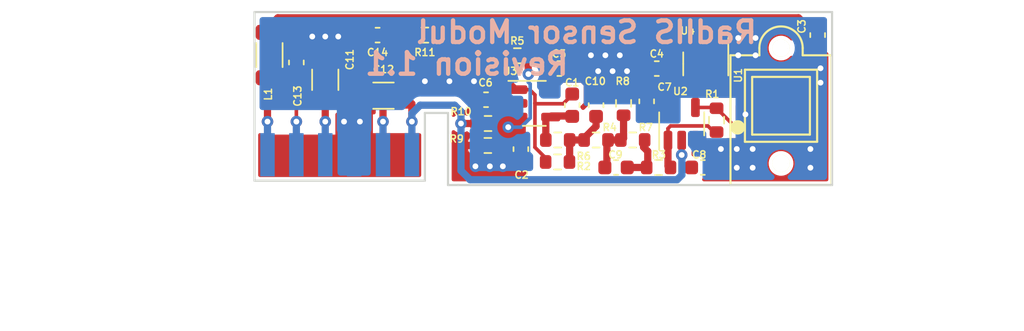
<source format=kicad_pcb>
(kicad_pcb (version 20211014) (generator pcbnew)
  (layers (0 "F.Cu" signal) (31 "B.Cu" signal) (34 "B.Paste" user) (35 "F.Paste" user) (36 "B.SilkS" user "B.Silkscreen") (37 "F.SilkS" user "F.Silkscreen") (38 "B.Mask" user) (39 "F.Mask" user) (44 "Edge.Cuts" user))
  (net 0 "")
  (net 1 "Net-(C1-Pad2)")
  (net 2 "Net-(C2-Pad1)")
  (net 3 "Net-(C9-Pad1)")
  (net 4 "Net-(C9-Pad2)")
  (net 5 "Net-(C10-Pad1)")
  (net 6 "Net-(R1-Pad1)")
  (net 7 "Net-(R1-Pad2)")
  (net 8 "unconnected-(U1-Pad2)")
  (net 9 "/BiasF")
  (net 10 "Pulse_Out")
  (net 11 "GNDA")
  (net 12 "+3.3VA")
  (net 13 "Bias_In+")
  (net 14 "Temp_Out")
  (net 16 "-2.0VA")
  (net 17 "Net-(R11-Pad1)")
  (footprint "RadIIS_Modul_rev1:MicroFC-30035-SMT-C1" (layer "F.Cu") (at 185.265 77)
    (fp_text reference "U1" (at -2.965 -2.1 90) (layer "F.SilkS") (effects (font (size 0.5 0.5) (thickness 0.1))))
    (fp_text value "MicroFC-30035-SMT")
    (fp_line (start 2.5 -2.5) (end -2.5 -2.5) (layer "F.SilkS") (width 0.15))
    (fp_line (start 3.5 3.5) (end 3.5 -3.5) (layer "F.SilkS") (width 0.15))
    (fp_line (start -2 2) (end -2 -2) (layer "F.SilkS") (width 0.15))
    (fp_line (start 2 -2) (end 2 2) (layer "F.SilkS") (width 0.15))
    (fp_line (start -1.5 -3.5) (end -3.5 -3.5) (layer "F.SilkS") (width 0.15))
    (fp_line (start -2.5 -2.5) (end -2.5 2.5) (layer "F.SilkS") (width 0.15))
    (fp_line (start 2.5 2.5) (end 2.5 -2.5) (layer "F.SilkS") (width 0.15))
    (fp_line (start -3.5 5.5) (end -3.5 3.5) (layer "F.SilkS") (width 0.15))
    (fp_line (start 3.5 3.5) (end 3.5 5.5) (layer "F.SilkS") (width 0.15))
    (fp_line (start -1.5 -4) (end -1.5 -3.5) (layer "F.SilkS") (width 0.15))
    (fp_line (start 1.5 -3.5) (end 3.5 -3.5) (layer "F.SilkS") (width 0.15))
    (fp_line (start -2 2.5) (end 2.5 2.5) (layer "F.SilkS") (width 0.15))
    (fp_line (start 3.5 5.5) (end -3.5 5.5) (layer "F.SilkS") (width 0.15))
    (fp_line (start 1.5 -4) (end 1.5 -3.5) (layer "F.SilkS") (width 0.15))
    (fp_line (start -3.5 -3.5) (end -3.5 3.5) (layer "F.SilkS") (width 0.15))
    (fp_line (start -2 -2) (end 2 -2) (layer "F.SilkS") (width 0.15))
    (fp_line (start -2.5 2.5) (end -2 2.5) (layer "F.SilkS") (width 0.15))
    (fp_line (start 2 2) (end -2 2) (layer "F.SilkS") (width 0.15))
    (fp_arc (start -1.5 -4) (mid 0 -5.5) (end 1.5 -4) (layer "F.SilkS") (width 0.15))
    (fp_circle (center -3 1.5) (end -3 1.75) (layer "F.SilkS") (width 0.5) (fill none))
    (pad "" np_thru_hole circle (at 0 4) (size 1.2 1.2) (drill 1.2) (layers *.Cu *.Mask "F.SilkS"))
    (pad "" np_thru_hole circle (at 0 -4) (size 1.2 1.2) (drill 1.2) (layers *.Cu *.Mask "F.SilkS"))
    (pad "1" smd rect (at -0.98 0.98 180) (size 1.32 1.3) (layers "F.Cu" "F.Paste" "F.Mask") (net 7 "Net-(R1-Pad2)"))
    (pad "1" smd rect (at -1.465 1.8 180) (size 0.35 0.5) (layers "F.Cu" "F.Paste" "F.Mask") (net 7 "Net-(R1-Pad2)"))
    (pad "2" smd rect (at 1.8 1.465 270) (size 0.35 0.5) (layers "F.Cu" "F.Paste" "F.Mask") (net 8 "unconnected-(U1-Pad2)"))
    (pad "2" smd rect (at 0.98 0.98 270) (size 1.32 1.3) (layers "F.Cu" "F.Paste" "F.Mask") (net 8 "unconnected-(U1-Pad2)"))
    (pad "3" smd rect (at 1.465 -1.8) (size 0.35 0.5) (layers "F.Cu" "F.Paste" "F.Mask") (net 9 "/BiasF"))
    (pad "3" smd rect (at 0.98 -0.98) (size 1.32 1.3) (layers "F.Cu" "F.Paste" "F.Mask") (net 9 "/BiasF"))
    (pad "4" smd rect (at -0.98 -0.98 90) (size 1.32 1.3) (layers "F.Cu" "F.Paste" "F.Mask") (net 11 "GNDA"))
    (pad "4" smd rect (at -1.8 -1.465 90) (size 0.35 0.5) (layers "F.Cu" "F.Paste" "F.Mask") (net 11 "GNDA"))
  )
  (footprint "Capacitor_SMD:C_0603_1608Metric" (layer "F.Cu") (at 170.804 76.962 -90)
    (fp_text reference "C1" (at -1.562 0.004) (layer "F.SilkS") (effects (font (size 0.5 0.5) (thickness 0.1))))
    (fp_text value "100pF")
    (fp_line (start -0.14058 0.51) (end 0.14058 0.51) (layer "F.SilkS") (width 0.12))
    (fp_line (start -0.14058 -0.51) (end 0.14058 -0.51) (layer "F.SilkS") (width 0.12))
    (pad "1" smd roundrect (at -0.775 0 270) (size 0.9 0.95) (layers "F.Cu" "F.Paste" "F.Mask") (net 10 "Pulse_Out"))
    (pad "2" smd roundrect (at 0.775 0 270) (size 0.9 0.95) (layers "F.Cu" "F.Paste" "F.Mask") (net 1 "Net-(C1-Pad2)"))
  )
  (footprint "Capacitor_SMD:C_0603_1608Metric" (layer "F.Cu") (at 167.248 80.01 -90)
    (fp_text reference "C2" (at 1.79 -0.052 180) (layer "F.SilkS") (effects (font (size 0.5 0.5) (thickness 0.1))))
    (fp_text value "100nF")
    (fp_line (start -0.14058 0.51) (end 0.14058 0.51) (layer "F.SilkS") (width 0.12))
    (fp_line (start -0.14058 -0.51) (end 0.14058 -0.51) (layer "F.SilkS") (width 0.12))
    (pad "1" smd roundrect (at -0.775 0 270) (size 0.9 0.95) (layers "F.Cu" "F.Paste" "F.Mask") (net 2 "Net-(C2-Pad1)"))
    (pad "2" smd roundrect (at 0.775 0 270) (size 0.9 0.95) (layers "F.Cu" "F.Paste" "F.Mask") (net 11 "GNDA"))
  )
  (footprint "Capacitor_SMD:C_0603_1608Metric" (layer "F.Cu") (at 187.8 72.1 90)
    (fp_text reference "C3" (at 0.6 -1.1 270) (layer "F.SilkS") (effects (font (size 0.5 0.5) (thickness 0.1))))
    (fp_text value "100nF")
    (fp_line (start -0.14058 -0.51) (end 0.14058 -0.51) (layer "F.SilkS") (width 0.12))
    (fp_line (start -0.14058 0.51) (end 0.14058 0.51) (layer "F.SilkS") (width 0.12))
    (pad "1" smd roundrect (at -0.775 0 90) (size 0.9 0.95) (layers "F.Cu" "F.Paste" "F.Mask") (net 11 "GNDA"))
    (pad "2" smd roundrect (at 0.775 0 90) (size 0.9 0.95) (layers "F.Cu" "F.Paste" "F.Mask") (net 9 "/BiasF"))
  )
  (footprint "Capacitor_SMD:C_0603_1608Metric" (layer "F.Cu") (at 176.6594 74.422)
    (fp_text reference "C4" (at 0 -1.022) (layer "F.SilkS") (effects (font (size 0.5 0.5) (thickness 0.1))))
    (fp_text value "100nF")
    (fp_line (start -0.14058 0.51) (end 0.14058 0.51) (layer "F.SilkS") (width 0.12))
    (fp_line (start -0.14058 -0.51) (end 0.14058 -0.51) (layer "F.SilkS") (width 0.12))
    (pad "1" smd roundrect (at -0.775 0) (size 0.9 0.95) (layers "F.Cu" "F.Paste" "F.Mask") (net 11 "GNDA"))
    (pad "2" smd roundrect (at 0.775 0) (size 0.9 0.95) (layers "F.Cu" "F.Paste" "F.Mask") (net 12 "+3.3VA"))
  )
  (footprint "Capacitor_SMD:C_0603_1608Metric" (layer "F.Cu") (at 169.915 74.422 180)
    (fp_text reference "C5" (at 0.015 1.022 180) (layer "F.SilkS") (effects (font (size 0.5 0.5) (thickness 0.1))))
    (fp_text value "100nF")
    (fp_line (start -0.14058 -0.51) (end 0.14058 -0.51) (layer "F.SilkS") (width 0.12))
    (fp_line (start -0.14058 0.51) (end 0.14058 0.51) (layer "F.SilkS") (width 0.12))
    (pad "1" smd roundrect (at -0.775 0 180) (size 0.9 0.95) (layers "F.Cu" "F.Paste" "F.Mask") (net 11 "GNDA"))
    (pad "2" smd roundrect (at 0.775 0 180) (size 0.9 0.95) (layers "F.Cu" "F.Paste" "F.Mask") (net 12 "+3.3VA"))
  )
  (footprint "Capacitor_SMD:C_0603_1608Metric" (layer "F.Cu") (at 164.835 76.581)
    (fp_text reference "C6" (at -0.035 -1.181) (layer "F.SilkS") (effects (font (size 0.5 0.5) (thickness 0.1))))
    (fp_text value "100nF")
    (fp_line (start -0.14058 -0.51) (end 0.14058 -0.51) (layer "F.SilkS") (width 0.12))
    (fp_line (start -0.14058 0.51) (end 0.14058 0.51) (layer "F.SilkS") (width 0.12))
    (pad "1" smd roundrect (at -0.775 0) (size 0.9 0.95) (layers "F.Cu" "F.Paste" "F.Mask") (net 11 "GNDA"))
    (pad "2" smd roundrect (at 0.775 0) (size 0.9 0.95) (layers "F.Cu" "F.Paste" "F.Mask") (net 16 "-2.0VA"))
  )
  (footprint "Capacitor_SMD:C_0603_1608Metric" (layer "F.Cu") (at 175.9602 76.6953 -90)
    (fp_text reference "C7" (at -0.9953 -1.2398) (layer "F.SilkS") (effects (font (size 0.5 0.5) (thickness 0.1))))
    (fp_text value "100nF")
    (fp_line (start -0.14058 0.51) (end 0.14058 0.51) (layer "F.SilkS") (width 0.12))
    (fp_line (start -0.14058 -0.51) (end 0.14058 -0.51) (layer "F.SilkS") (width 0.12))
    (pad "1" smd roundrect (at -0.775 0 270) (size 0.9 0.95) (layers "F.Cu" "F.Paste" "F.Mask") (net 11 "GNDA"))
    (pad "2" smd roundrect (at 0.775 0 270) (size 0.9 0.95) (layers "F.Cu" "F.Paste" "F.Mask") (net 12 "+3.3VA"))
  )
  (footprint "Capacitor_SMD:C_0603_1608Metric" (layer "F.Cu") (at 179.844 81.28 180)
    (fp_text reference "C8" (at 0.244 0.88 180) (layer "F.SilkS") (effects (font (size 0.5 0.5) (thickness 0.1))))
    (fp_text value "100nF")
    (fp_line (start -0.14058 -0.51) (end 0.14058 -0.51) (layer "F.SilkS") (width 0.12))
    (fp_line (start -0.14058 0.51) (end 0.14058 0.51) (layer "F.SilkS") (width 0.12))
    (pad "1" smd roundrect (at -0.775 0 180) (size 0.9 0.95) (layers "F.Cu" "F.Paste" "F.Mask") (net 11 "GNDA"))
    (pad "2" smd roundrect (at 0.775 0 180) (size 0.9 0.95) (layers "F.Cu" "F.Paste" "F.Mask") (net 16 "-2.0VA"))
  )
  (footprint "Capacitor_SMD:C_0603_1608Metric" (layer "F.Cu") (at 173.84 81.28 180)
    (fp_text reference "C9" (at 0.04 0.88 180) (layer "F.SilkS") (effects (font (size 0.5 0.5) (thickness 0.1))))
    (fp_text value "1nF")
    (fp_line (start -0.14058 -0.51) (end 0.14058 -0.51) (layer "F.SilkS") (width 0.12))
    (fp_line (start -0.14058 0.51) (end 0.14058 0.51) (layer "F.SilkS") (width 0.12))
    (pad "1" smd roundrect (at -0.775 0 180) (size 0.9 0.95) (layers "F.Cu" "F.Paste" "F.Mask") (net 3 "Net-(C9-Pad1)"))
    (pad "2" smd roundrect (at 0.775 0 180) (size 0.9 0.95) (layers "F.Cu" "F.Paste" "F.Mask") (net 4 "Net-(C9-Pad2)"))
  )
  (footprint "Capacitor_SMD:C_0603_1608Metric" (layer "F.Cu") (at 172.455 76.962 90)
    (fp_text reference "C10" (at 1.662 -0.055 180) (layer "F.SilkS") (effects (font (size 0.5 0.5) (thickness 0.1))))
    (fp_text value "100pF")
    (fp_line (start -0.14058 -0.51) (end 0.14058 -0.51) (layer "F.SilkS") (width 0.12))
    (fp_line (start -0.14058 0.51) (end 0.14058 0.51) (layer "F.SilkS") (width 0.12))
    (pad "1" smd roundrect (at -0.775 0 90) (size 0.9 0.95) (layers "F.Cu" "F.Paste" "F.Mask") (net 5 "Net-(C10-Pad1)"))
    (pad "2" smd roundrect (at 0.775 0 90) (size 0.9 0.95) (layers "F.Cu" "F.Paste" "F.Mask") (net 11 "GNDA"))
  )
  (footprint "Capacitor_SMD:C_1206_3216Metric" (layer "F.Cu") (at 153.7 75.2 -90)
    (fp_text reference "C11" (at -1.4 -1.7 -90) (layer "F.SilkS") (effects (font (size 0.5 0.5) (thickness 0.1))))
    (fp_text value "4µ7")
    (fp_line (start -0.711252 0.91) (end 0.711252 0.91) (layer "F.SilkS") (width 0.12))
    (fp_line (start -0.711252 -0.91) (end 0.711252 -0.91) (layer "F.SilkS") (width 0.12))
    (pad "1" smd roundrect (at -1.475 0 270) (size 1.15 1.8) (layers "F.Cu" "F.Paste" "F.Mask") (roundrect_rratio 0.217391) (net 11 "GNDA"))
    (pad "2" smd roundrect (at 1.475 0 270) (size 1.15 1.8) (layers "F.Cu" "F.Paste" "F.Mask") (roundrect_rratio 0.217391) (net 12 "+3.3VA"))
  )
  (footprint "Inductor_SMD:L_1206_3216Metric" (layer "F.Cu") (at 149.8346 73.48474 90)
    (fp_text reference "L1" (at -2.71526 -0.0846 90) (layer "F.SilkS") (effects (font (size 0.5 0.5) (thickness 0.1))))
    (fp_text value "INDUCTOR")
    (fp_line (start -0.835242 0.91) (end 0.835242 0.91) (layer "F.SilkS") (width 0.12))
    (fp_line (start -0.835242 -0.91) (end 0.835242 -0.91) (layer "F.SilkS") (width 0.12))
    (pad "1" smd roundrect (at -1.575 0 90) (size 1.05 1.9) (layers "F.Cu" "F.Paste" "F.Mask") (roundrect_rratio 0.238095) (net 13 "Bias_In+"))
    (pad "2" smd roundrect (at 1.575 0 90) (size 1.05 1.9) (layers "F.Cu" "F.Paste" "F.Mask") (roundrect_rratio 0.238095) (net 9 "/BiasF"))
  )
  (footprint "Resistor_SMD:R_0603_1608Metric" (layer "F.Cu") (at 180.8 78 90)
    (fp_text reference "R1" (at 1.8 -0.3) (layer "F.SilkS") (effects (font (size 0.5 0.5) (thickness 0.1))))
    (fp_text value "470")
    (fp_line (start -0.237258 0.5225) (end 0.237258 0.5225) (layer "F.SilkS") (width 0.12))
    (fp_line (start -0.237258 -0.5225) (end 0.237258 -0.5225) (layer "F.SilkS") (width 0.12))
    (pad "1" smd roundrect (at -0.825 0 90) (size 0.8 0.95) (layers "F.Cu" "F.Paste" "F.Mask") (net 6 "Net-(R1-Pad1)"))
    (pad "2" smd roundrect (at 0.825 0 90) (size 0.8 0.95) (layers "F.Cu" "F.Paste" "F.Mask") (net 7 "Net-(R1-Pad2)"))
  )
  (footprint "Resistor_SMD:R_0603_1608Metric" (layer "F.Cu") (at 169.788 80.899)
    (fp_text reference "R2" (at 1.812 0.301) (layer "F.SilkS") (effects (font (size 0.5 0.5) (thickness 0.1))))
    (fp_text value "120k")
    (fp_line (start -0.237258 0.5225) (end 0.237258 0.5225) (layer "F.SilkS") (width 0.12))
    (fp_line (start -0.237258 -0.5225) (end 0.237258 -0.5225) (layer "F.SilkS") (width 0.12))
    (pad "1" smd roundrect (at -0.825 0) (size 0.8 0.95) (layers "F.Cu" "F.Paste" "F.Mask") (net 10 "Pulse_Out"))
    (pad "2" smd roundrect (at 0.825 0) (size 0.8 0.95) (layers "F.Cu" "F.Paste" "F.Mask") (net 5 "Net-(C10-Pad1)"))
  )
  (footprint "Resistor_SMD:R_0603_1608Metric" (layer "F.Cu") (at 176.785 81.28)
    (fp_text reference "R3" (at 0.015 -0.88) (layer "F.SilkS") (effects (font (size 0.5 0.5) (thickness 0.1))))
    (fp_text value "50")
    (fp_line (start -0.237258 -0.5225) (end 0.237258 -0.5225) (layer "F.SilkS") (width 0.12))
    (fp_line (start -0.237258 0.5225) (end 0.237258 0.5225) (layer "F.SilkS") (width 0.12))
    (pad "1" smd roundrect (at -0.825 0) (size 0.8 0.95) (layers "F.Cu" "F.Paste" "F.Mask") (net 3 "Net-(C9-Pad1)"))
    (pad "2" smd roundrect (at 0.825 0) (size 0.8 0.95) (layers "F.Cu" "F.Paste" "F.Mask") (net 6 "Net-(R1-Pad1)"))
  )
  (footprint "Resistor_SMD:R_0603_1608Metric" (layer "F.Cu") (at 172.455 79.375)
    (fp_text reference "R4" (at 0.945 -0.875) (layer "F.SilkS") (effects (font (size 0.5 0.5) (thickness 0.1))))
    (fp_text value "470")
    (fp_line (start -0.237258 0.5225) (end 0.237258 0.5225) (layer "F.SilkS") (width 0.12))
    (fp_line (start -0.237258 -0.5225) (end 0.237258 -0.5225) (layer "F.SilkS") (width 0.12))
    (pad "1" smd roundrect (at -0.825 0) (size 0.8 0.95) (layers "F.Cu" "F.Paste" "F.Mask") (net 5 "Net-(C10-Pad1)"))
    (pad "2" smd roundrect (at 0.825 0) (size 0.8 0.95) (layers "F.Cu" "F.Paste" "F.Mask") (net 4 "Net-(C9-Pad2)"))
  )
  (footprint "Resistor_SMD:R_0603_1608Metric" (layer "F.Cu") (at 167.005 73.533 180)
    (fp_text reference "R5" (at 0.005 1.033 180) (layer "F.SilkS") (effects (font (size 0.5 0.5) (thickness 0.1))))
    (fp_text value "90k")
    (fp_line (start -0.237258 0.5225) (end 0.237258 0.5225) (layer "F.SilkS") (width 0.12))
    (fp_line (start -0.237258 -0.5225) (end 0.237258 -0.5225) (layer "F.SilkS") (width 0.12))
    (pad "1" smd roundrect (at -0.825 0 180) (size 0.8 0.95) (layers "F.Cu" "F.Paste" "F.Mask") (net 2 "Net-(C2-Pad1)"))
    (pad "2" smd roundrect (at 0.825 0 180) (size 0.8 0.95) (layers "F.Cu" "F.Paste" "F.Mask") (net 12 "+3.3VA"))
  )
  (footprint "Resistor_SMD:R_0603_1608Metric" (layer "F.Cu") (at 169.8 79.375 180)
    (fp_text reference "R6" (at -1.8 -1.125 180) (layer "F.SilkS") (effects (font (size 0.5 0.5) (thickness 0.1))))
    (fp_text value "100")
    (fp_line (start -0.237258 -0.5225) (end 0.237258 -0.5225) (layer "F.SilkS") (width 0.12))
    (fp_line (start -0.237258 0.5225) (end 0.237258 0.5225) (layer "F.SilkS") (width 0.12))
    (pad "1" smd roundrect (at -0.825 0 180) (size 0.8 0.95) (layers "F.Cu" "F.Paste" "F.Mask") (net 5 "Net-(C10-Pad1)"))
    (pad "2" smd roundrect (at 0.825 0 180) (size 0.8 0.95) (layers "F.Cu" "F.Paste" "F.Mask") (net 1 "Net-(C1-Pad2)"))
  )
  (footprint "Resistor_SMD:R_0603_1608Metric" (layer "F.Cu") (at 174.995 79.375 180)
    (fp_text reference "R7" (at -0.905 0.875 180) (layer "F.SilkS") (effects (font (size 0.5 0.5) (thickness 0.1))))
    (fp_text value "3k3")
    (fp_line (start -0.237258 -0.5225) (end 0.237258 -0.5225) (layer "F.SilkS") (width 0.12))
    (fp_line (start -0.237258 0.5225) (end 0.237258 0.5225) (layer "F.SilkS") (width 0.12))
    (pad "1" smd roundrect (at -0.825 0 180) (size 0.8 0.95) (layers "F.Cu" "F.Paste" "F.Mask") (net 3 "Net-(C9-Pad1)"))
    (pad "2" smd roundrect (at 0.825 0 180) (size 0.8 0.95) (layers "F.Cu" "F.Paste" "F.Mask") (net 4 "Net-(C9-Pad2)"))
  )
  (footprint "Resistor_SMD:R_0603_1608Metric" (layer "F.Cu") (at 174.36 76.835 -90)
    (fp_text reference "R8" (at -1.535 0.06) (layer "F.SilkS") (effects (font (size 0.5 0.5) (thickness 0.1))))
    (fp_text value "1k")
    (fp_line (start -0.237258 0.5225) (end 0.237258 0.5225) (layer "F.SilkS") (width 0.12))
    (fp_line (start -0.237258 -0.5225) (end 0.237258 -0.5225) (layer "F.SilkS") (width 0.12))
    (pad "1" smd roundrect (at -0.825 0 270) (size 0.8 0.95) (layers "F.Cu" "F.Paste" "F.Mask") (net 11 "GNDA"))
    (pad "2" smd roundrect (at 0.825 0 270) (size 0.8 0.95) (layers "F.Cu" "F.Paste" "F.Mask") (net 4 "Net-(C9-Pad2)"))
  )
  (footprint "Resistor_SMD:R_0603_1608Metric" (layer "F.Cu") (at 164.961 79.756)
    (fp_text reference "R9" (at -2.161 -0.456) (layer "F.SilkS") (effects (font (size 0.5 0.5) (thickness 0.1))))
    (fp_text value "100")
    (fp_line (start -0.237258 0.5225) (end 0.237258 0.5225) (layer "F.SilkS") (width 0.12))
    (fp_line (start -0.237258 -0.5225) (end 0.237258 -0.5225) (layer "F.SilkS") (width 0.12))
    (pad "1" smd roundrect (at -0.825 0) (size 0.8 0.95) (layers "F.Cu" "F.Paste" "F.Mask") (net 11 "GNDA"))
    (pad "2" smd roundrect (at 0.825 0) (size 0.8 0.95) (layers "F.Cu" "F.Paste" "F.Mask") (net 2 "Net-(C2-Pad1)"))
  )
  (footprint "Resistor_SMD:R_0603_1608Metric" (layer "F.Cu") (at 164.973 78.232)
    (fp_text reference "R10" (at -1.873 -0.832 180) (layer "F.SilkS") (effects (font (size 0.5 0.5) (thickness 0.1))))
    (fp_text value "NA")
    (fp_line (start -0.237258 -0.5225) (end 0.237258 -0.5225) (layer "F.SilkS") (width 0.12))
    (fp_line (start -0.237258 0.5225) (end 0.237258 0.5225) (layer "F.SilkS") (width 0.12))
    (pad "1" smd roundrect (at -0.825 0) (size 0.8 0.95) (layers "F.Cu" "F.Paste" "F.Mask") (net 16 "-2.0VA"))
    (pad "2" smd roundrect (at 0.825 0) (size 0.8 0.95) (layers "F.Cu" "F.Paste" "F.Mask") (net 2 "Net-(C2-Pad1)"))
  )
  (footprint "Package_TO_SOT_SMD:SOT-23-5" (layer "F.Cu") (at 178.3859 78.2574 90)
    (fp_text reference "U2" (at 2.2574 -0.0859 180) (layer "F.SilkS") (effects (font (size 0.5 0.5) (thickness 0.1))))
    (fp_text value "AD8014")
    (fp_line (start 0 -1.56) (end 0.8 -1.56) (layer "F.SilkS") (width 0.12))
    (fp_line (start 0 1.56) (end 0.8 1.56) (layer "F.SilkS") (width 0.12))
    (fp_line (start 0 1.56) (end -0.8 1.56) (layer "F.SilkS") (width 0.12))
    (fp_line (start 0 -1.56) (end -1.8 -1.56) (layer "F.SilkS") (width 0.12))
    (pad "1" smd roundrect (at -1.1375 -0.95 90) (size 1.325 0.6) (layers "F.Cu" "F.Paste" "F.Mask") (net 6 "Net-(R1-Pad1)"))
    (pad "2" smd roundrect (at -1.1375 0 90) (size 1.325 0.6) (layers "F.Cu" "F.Paste" "F.Mask") (net 16 "-2.0VA"))
    (pad "3" smd roundrect (at -1.1375 0.95 90) (size 1.325 0.6) (layers "F.Cu" "F.Paste" "F.Mask") (net 11 "GNDA"))
    (pad "4" smd roundrect (at 1.1375 0.95 90) (size 1.325 0.6) (layers "F.Cu" "F.Paste" "F.Mask") (net 7 "Net-(R1-Pad2)"))
    (pad "5" smd roundrect (at 1.1375 -0.95 90) (size 1.325 0.6) (layers "F.Cu" "F.Paste" "F.Mask") (net 12 "+3.3VA"))
  )
  (footprint "Package_TO_SOT_SMD:SOT-23-5" (layer "F.Cu") (at 168.18 76.835)
    (fp_text reference "U3" (at -1.68 -2.235) (layer "F.SilkS") (effects (font (size 0.5 0.5) (thickness 0.1))))
    (fp_text value "OPA356")
    (fp_line (start 0 -1.56) (end 0.8 -1.56) (layer "F.SilkS") (width 0.12))
    (fp_line (start 0 1.56) (end 0.8 1.56) (layer "F.SilkS") (width 0.12))
    (fp_line (start 0 -1.56) (end -1.8 -1.56) (layer "F.SilkS") (width 0.12))
    (fp_line (start 0 1.56) (end -0.8 1.56) (layer "F.SilkS") (width 0.12))
    (pad "1" smd roundrect (at -1.1375 -0.95) (size 1.325 0.6) (layers "F.Cu" "F.Paste" "F.Mask") (net 10 "Pulse_Out"))
    (pad "2" smd roundrect (at -1.1375 0) (size 1.325 0.6) (layers "F.Cu" "F.Paste" "F.Mask") (net 16 "-2.0VA"))
    (pad "3" smd roundrect (at -1.1375 0.95) (size 1.325 0.6) (layers "F.Cu" "F.Paste" "F.Mask") (net 2 "Net-(C2-Pad1)"))
    (pad "4" smd roundrect (at 1.1375 0.95) (size 1.325 0.6) (layers "F.Cu" "F.Paste" "F.Mask") (net 1 "Net-(C1-Pad2)"))
    (pad "5" smd roundrect (at 1.1375 -0.95) (size 1.325 0.6) (layers "F.Cu" "F.Paste" "F.Mask") (net 12 "+3.3VA"))
  )
  (footprint "Package_TO_SOT_SMD:SOT-23-5" (layer "F.Cu") (at 180.0521 74.0967 -90)
    (fp_text reference "U4" (at -2.2967 1.2521) (layer "F.SilkS") (effects (font (size 0.5 0.5) (thickness 0.1))))
    (fp_text value "TMP36")
    (fp_line (start 0 -1.56) (end -1.8 -1.56) (layer "F.SilkS") (width 0.12))
    (fp_line (start 0 1.56) (end -0.8 1.56) (layer "F.SilkS") (width 0.12))
    (fp_line (start 0 1.56) (end 0.8 1.56) (layer "F.SilkS") (width 0.12))
    (fp_line (start 0 -1.56) (end 0.8 -1.56) (layer "F.SilkS") (width 0.12))
    (pad "1" smd roundrect (at -1.1375 -0.95 270) (size 1.325 0.6) (layers "F.Cu" "F.Paste" "F.Mask") (net 17 "Net-(R11-Pad1)"))
    (pad "2" smd roundrect (at -1.1375 0 270) (size 1.325 0.6) (layers "F.Cu" "F.Paste" "F.Mask") (net 12 "+3.3VA"))
    (pad "3" smd roundrect (at -1.1375 0.95 270) (size 1.325 0.6) (layers "F.Cu" "F.Paste" "F.Mask"))
    (pad "4" smd roundrect (at 1.1375 0.95 270) (size 1.325 0.6) (layers "F.Cu" "F.Paste" "F.Mask") (net 12 "+3.3VA"))
    (pad "5" smd roundrect (at 1.1375 -0.95 270) (size 1.325 0.6) (layers "F.Cu" "F.Paste" "F.Mask") (net 11 "GNDA"))
  )
  (footprint "Capacitor_SMD:C_1206_3216Metric" (layer "F.Cu") (at 157.734 76.3)
    (fp_text reference "C12" (at 0 -1.82) (layer "F.SilkS") (effects (font (size 0.5 0.5) (thickness 0.1))))
    (fp_text value "4µ7")
    (fp_line (start -0.711252 -0.91) (end 0.711252 -0.91) (layer "F.SilkS") (width 0.12))
    (fp_line (start -0.711252 0.91) (end 0.711252 0.91) (layer "F.SilkS") (width 0.12))
    (pad "1" smd roundrect (at -1.475 0) (size 1.15 1.8) (layers "F.Cu" "F.Paste" "F.Mask") (roundrect_rratio 0.217391) (net 11 "GNDA"))
    (pad "2" smd roundrect (at 1.475 0) (size 1.15 1.8) (layers "F.Cu" "F.Paste" "F.Mask") (roundrect_rratio 0.217391) (net 16 "-2.0VA"))
  )
  (footprint "Capacitor_SMD:C_0603_1608Metric" (layer "F.Cu") (at 151.7 74 -90)
    (fp_text reference "C13" (at 2.3282 -0.089 90) (layer "F.SilkS") (effects (font (size 0.5 0.5) (thickness 0.1))))
    (fp_text value "100nF")
    (fp_line (start -0.14058 -0.51) (end 0.14058 -0.51) (layer "F.SilkS") (width 0.12))
    (fp_line (start -0.14058 0.51) (end 0.14058 0.51) (layer "F.SilkS") (width 0.12))
    (pad "1" smd roundrect (at -0.775 0 270) (size 0.9 0.95) (layers "F.Cu" "F.Paste" "F.Mask") (net 11 "GNDA"))
    (pad "2" smd roundrect (at 0.775 0 270) (size 0.9 0.95) (layers "F.Cu" "F.Paste" "F.Mask") (net 13 "Bias_In+"))
  )
  (footprint "Resistor_SMD:R_0603_1608Metric" (layer "F.Cu") (at 160.6 72.1 180)
    (fp_text reference "R11" (at 0 -1.2) (layer "F.SilkS") (effects (font (size 0.5 0.5) (thickness 0.1))))
    (fp_text value "750")
    (fp_line (start -0.237258 0.5225) (end 0.237258 0.5225) (layer "F.SilkS") (width 0.12))
    (fp_line (start -0.237258 -0.5225) (end 0.237258 -0.5225) (layer "F.SilkS") (width 0.12))
    (pad "1" smd roundrect (at -0.825 0 180) (size 0.8 0.95) (layers "F.Cu" "F.Paste" "F.Mask") (net 17 "Net-(R11-Pad1)"))
    (pad "2" smd roundrect (at 0.825 0 180) (size 0.8 0.95) (layers "F.Cu" "F.Paste" "F.Mask") (net 14 "Temp_Out"))
  )
  (footprint "Capacitor_SMD:C_0603_1608Metric" (layer "F.Cu") (at 157.325 72.1)
    (fp_text reference "C14" (at 0 1.2) (layer "F.SilkS") (effects (font (size 0.5 0.5) (thickness 0.1))))
    (fp_text value "DNP")
    (fp_line (start -0.14058 0.51) (end 0.14058 0.51) (layer "F.SilkS") (width 0.12))
    (fp_line (start -0.14058 -0.51) (end 0.14058 -0.51) (layer "F.SilkS") (width 0.12))
    (pad "1" smd roundrect (at -0.775 0) (size 0.9 0.95) (layers "F.Cu" "F.Paste" "F.Mask") (net 11 "GNDA"))
    (pad "2" smd roundrect (at 0.775 0) (size 0.9 0.95) (layers "F.Cu" "F.Paste" "F.Mask") (net 14 "Temp_Out"))
  )
  (footprint "RadIIS_footprints_NEW:CardEdgeConnector" (layer "B.Cu") (at 154.7 80.4 180)
    (fp_text reference "P1" hide)
    (fp_text value "CONN_01X06")
    (pad "1" smd rect locked (at -5 0 180) (size 1 3) (layers "B.Cu" "B.Mask") (net 16 "-2.0VA"))
    (pad "2" smd rect locked (at -3 0 180) (size 1 3) (layers "B.Cu" "B.Mask") (net 10 "Pulse_Out"))
    (pad "3" smd rect locked (at -1 0 180) (size 1 3) (layers "B.Cu" "B.Mask") (net 11 "GNDA"))
    (pad "4" smd rect locked (at 1 0 180) (size 1 3) (layers "B.Cu" "B.Mask") (net 12 "+3.3VA"))
    (pad "5" smd rect locked (at 3 0 180) (size 1 3) (layers "B.Cu" "B.Mask") (net 14 "Temp_Out"))
    (pad "6" smd rect locked (at 5 0 180) (size 1 3) (layers "B.Cu" "B.Mask") (net 13 "Bias_In+"))
  )
  (gr_line (start 160.6 82.2) (end 148.8 82.2) (layer "Edge.Cuts") (width 0.15))
  (gr_line (start 188.8 82.5) (end 162.9 82.5) (layer "Edge.Cuts") (width 0.15))
  (gr_line (start 162.2 82.5) (end 162.2 77.5) (layer "Edge.Cuts") (width 0.15))
  (gr_line (start 162.2 77.5) (end 160.6 77.5) (layer "Edge.Cuts") (width 0.15))
  (gr_line (start 162.9 82.5) (end 162.2 82.5) (layer "Edge.Cuts") (width 0.15))
  (gr_line (start 188.8 70.5) (end 188.8 82.5) (layer "Edge.Cuts") (width 0.15))
  (gr_line (start 148.8 82.2) (end 148.8 70.5) (layer "Edge.Cuts") (width 0.15))
  (gr_line (start 188.8 70.5) (end 148.8 70.5) (layer "Edge.Cuts") (width 0.15))
  (gr_line (start 160.6 77.5) (end 160.6 82.2) (layer "Edge.Cuts") (width 0.15))
  (gr_text "Revision 1.1" (at 163.5 74.1) (layer "B.SilkS") (effects (font (size 1.5 1.5) (thickness 0.3)) (justify mirror)))
  (gr_text "RadIIS Sensor Modul" (at 171.8 71.9) (layer "B.SilkS") (effects (font (size 1.5 1.5) (thickness 0.3)) (justify mirror)))
  (segment (start 168.975 79.375) (end 168.975 78.09) (width 0.5) (layer "F.Cu") (net 1))
  (segment (start 169.353 77.712) (end 170.804 77.712) (width 0.5) (layer "F.Cu") (net 1))
  (segment (start 166.159 77.785) (end 166.159 78.275) (width 0.5) (layer "F.Cu") (net 2))
  (segment (start 167.08 77.785) (end 166.159 77.785) (width 0.5) (layer "F.Cu") (net 2))
  (segment (start 165.712 78.232) (end 165.712 78.432) (width 0.25) (layer "F.Cu") (net 2))
  (segment (start 167.08 77.785) (end 167.08 79.092) (width 0.5) (layer "F.Cu") (net 2))
  (segment (start 167.248 79.26) (end 167.248 79.235) (width 0.25) (layer "F.Cu") (net 2))
  (segment (start 167.08 79.092) (end 167.248 79.26) (width 0.5) (layer "F.Cu") (net 2))
  (segment (start 167.755 73.533) (end 167.755 74.791) (width 0.5) (layer "F.Cu") (net 2))
  (segment (start 166.159 77.785) (end 165.712 78.232) (width 0.5) (layer "F.Cu") (net 2))
  (segment (start 167.755 74.791) (end 167.767 74.803) (width 0.5) (layer "F.Cu") (net 2))
  (segment (start 165.712 78.31) (end 165.712 78.232) (width 0.25) (layer "F.Cu") (net 2))
  (segment (start 165.723 78.232) (end 165.723 79.744) (width 0.5) (layer "F.Cu") (net 2))
  (segment (start 166.159 78.275) (end 166.37 78.486) (width 0.5) (layer "F.Cu") (net 2))
  (segment (start 165.723 79.744) (end 165.711 79.756) (width 0.5) (layer "F.Cu") (net 2))
  (via (at 167.767 74.803) (size 0.8) (drill 0.4) (layers "F.Cu" "B.Cu") (net 2))
  (via (at 166.37 78.486) (size 0.8) (drill 0.4) (layers "F.Cu" "B.Cu") (net 2))
  (segment (start 167.259 78.486) (end 166.37 78.486) (width 0.25) (layer "B.Cu") (net 2))
  (segment (start 167.767 75.368685) (end 167.894 75.495685) (width 0.25) (layer "B.Cu") (net 2))
  (segment (start 167.894 77.851) (end 167.259 78.486) (width 0.25) (layer "B.Cu") (net 2))
  (segment (start 167.894 75.495685) (end 167.894 77.851) (width 0.25) (layer "B.Cu") (net 2))
  (segment (start 167.767 74.803) (end 167.767 75.368685) (width 0.25) (layer "B.Cu") (net 2))
  (segment (start 174.59 81.28) (end 176.035 81.28) (width 0.5) (layer "F.Cu") (net 3))
  (segment (start 175.745 79.375) (end 175.745 79.871) (width 0.5) (layer "F.Cu") (net 3))
  (segment (start 175.745 79.871) (end 176.035 80.161) (width 0.5) (layer "F.Cu") (net 3))
  (segment (start 176.035 80.161) (end 176.035 81.28) (width 0.5) (layer "F.Cu") (net 3))
  (segment (start 173.205 79.375) (end 174.245 79.375) (width 0.5) (layer "F.Cu") (net 4))
  (segment (start 174.36 79.26) (end 174.245 79.375) (width 0.5) (layer "F.Cu") (net 4))
  (segment (start 174.36 77.585) (end 174.36 79.26) (width 0.5) (layer "F.Cu") (net 4))
  (segment (start 173.205 81.165) (end 173.09 81.28) (width 0.5) (layer "F.Cu") (net 4))
  (segment (start 173.205 79.375) (end 173.205 81.165) (width 0.5) (layer "F.Cu") (net 4))
  (segment (start 171.82 79.26) (end 171.705 79.375) (width 0.25) (layer "F.Cu") (net 5))
  (segment (start 170.625 79.375) (end 170.625 80.887) (width 0.5) (layer "F.Cu") (net 5))
  (segment (start 170.625 80.887) (end 170.613 80.899) (width 0.5) (layer "F.Cu") (net 5))
  (segment (start 172.455 77.712) (end 172.455 78.425) (width 0.5) (layer "F.Cu") (net 5))
  (segment (start 171.705 79.375) (end 170.55 79.375) (width 0.5) (layer "F.Cu") (net 5))
  (segment (start 172.455 78.425) (end 171.705 79.175) (width 0.5) (layer "F.Cu") (net 5))
  (segment (start 171.705 79.175) (end 171.705 79.375) (width 0.5) (layer "F.Cu") (net 5))
  (segment (start 177.6133 78.4) (end 177.4359 78.5774) (width 0.25) (layer "F.Cu") (net 6))
  (segment (start 177.4359 81.1809) (end 177.535 81.28) (width 0.5) (layer "F.Cu") (net 6))
  (segment (start 177.4359 79.3574) (end 177.4359 81.1809) (width 0.5) (layer "F.Cu") (net 6))
  (segment (start 180.8 78.75) (end 180.55 78.75) (width 0.25) (layer "F.Cu") (net 6))
  (segment (start 177.4359 78.5774) (end 177.4359 79.3574) (width 0.25) (layer "F.Cu") (net 6))
  (segment (start 180.2 78.4) (end 177.6133 78.4) (width 0.25) (layer "F.Cu") (net 6))
  (segment (start 180.55 78.75) (end 180.2 78.4) (width 0.25) (layer "F.Cu") (net 6))
  (segment (start 183.8 78.8) (end 183.8 78.465) (width 0.25) (layer "F.Cu") (net 7))
  (segment (start 182.425 78.8) (end 180.8 77.175) (width 0.25) (layer "F.Cu") (net 7))
  (segment (start 183.8 78.465) (end 184.285 77.98) (width 0.25) (layer "F.Cu") (net 7))
  (segment (start 183.8 78.8) (end 182.425 78.8) (width 0.25) (layer "F.Cu") (net 7))
  (segment (start 180.7449 77.1199) (end 180.8 77.175) (width 0.25) (layer "F.Cu") (net 7))
  (segment (start 179.3359 77.1199) (end 180.7449 77.1199) (width 0.25) (layer "F.Cu") (net 7))
  (segment (start 186.73 78.465) (end 186.245 77.98) (width 0.25) (layer "F.Cu") (net 8))
  (segment (start 187.065 78.465) (end 186.73 78.465) (width 0.25) (layer "F.Cu") (net 8))
  (segment (start 149.8346 71.68388) (end 149.8346 71.48322) (width 0.5) (layer "F.Cu") (net 9))
  (segment (start 186.699999 71.825001) (end 187.175 71.35) (width 0.25) (layer "F.Cu") (net 9))
  (segment (start 186.73 75.2) (end 186.73 75.535) (width 0.25) (layer "F.Cu") (net 9))
  (segment (start 187.175 71.35) (end 187.8 71.35) (width 0.25) (layer "F.Cu") (net 9))
  (segment (start 186.699999 74.669999) (end 186.699999 71.825001) (width 0.25) (layer "F.Cu") (net 9))
  (segment (start 186.73 74.7) (end 186.699999 74.669999) (width 0.25) (layer "F.Cu") (net 9))
  (segment (start 186.925 71.35) (end 187.8 71.35) (width 0.5) (layer "F.Cu") (net 9))
  (segment (start 186.73 75.535) (end 186.245 76.02) (width 0.25) (layer "F.Cu") (net 9))
  (segment (start 186.475 70.9) (end 186.925 71.35) (width 0.5) (layer "F.Cu") (net 9))
  (segment (start 149.8346 71.48322) (end 150.41782 70.9) (width 0.5) (layer "F.Cu") (net 9))
  (segment (start 150.41782 70.9) (end 186.475 70.9) (width 0.5) (layer "F.Cu") (net 9))
  (segment (start 186.73 75.2) (end 186.73 74.7) (width 0.25) (layer "F.Cu") (net 9))
  (segment (start 167.08 75.885) (end 166.875 75.885) (width 0.25) (layer "F.Cu") (net 10))
  (segment (start 169.038 80.699) (end 168.222 79.883) (width 0.25) (layer "F.Cu") (net 10))
  (segment (start 168.222 76.835) (end 168.222 76.247) (width 0.25) (layer "F.Cu") (net 10))
  (segment (start 168.222 76.835) (end 168.249 76.862) (width 0.25) (layer "F.Cu") (net 10))
  (segment (start 157.7 75) (end 158.5 74.2) (width 0.5) (layer "F.Cu") (net 10))
  (segment (start 165.19 74.2) (end 166.875 75.885) (width 0.5) (layer "F.Cu") (net 10))
  (segment (start 167.86 75.885) (end 167.08 75.885) (width 0.25) (layer "F.Cu") (net 10))
  (segment (start 170.804 76.237) (end 170.804 76.212) (width 0.25) (layer "F.Cu") (net 10))
  (segment (start 170.179 76.862) (end 170.804 76.237) (width 0.25) (layer "F.Cu") (net 10))
  (segment (start 169.038 80.899) (end 169.038 80.699) (width 0.25) (layer "F.Cu") (net 10))
  (segment (start 168.222 76.247) (end 167.86 75.885) (width 0.25) (layer "F.Cu") (net 10))
  (segment (start 157.7 78.1) (end 157.7 75) (width 0.5) (layer "F.Cu") (net 10))
  (segment (start 158.5 74.2) (end 165.19 74.2) (width 0.5) (layer "F.Cu") (net 10))
  (segment (start 168.222 79.883) (end 168.222 76.835) (width 0.25) (layer "F.Cu") (net 10))
  (segment (start 168.249 76.862) (end 170.179 76.862) (width 0.25) (layer "F.Cu") (net 10))
  (via (at 157.7 78.1) (size 0.8) (drill 0.4) (layers "F.Cu" "B.Cu") (net 10))
  (segment (start 157.7 78.1) (end 157.7 80.4) (width 0.5) (layer "B.Cu") (net 10))
  (segment (start 184.3 74.8) (end 184.285 74.815) (width 0.5) (layer "F.Cu") (net 11))
  (segment (start 184.285 76.02) (end 183.589 76.02) (width 1) (layer "F.Cu") (net 11))
  (segment (start 181.0021 75.1967) (end 181.1033 75.1967) (width 0.5) (layer "F.Cu") (net 11))
  (segment (start 181.5 74.8) (end 184.3 74.8) (width 0.5) (layer "F.Cu") (net 11))
  (segment (start 184.1 75.3) (end 181.9967 75.3) (width 0.5) (layer "F.Cu") (net 11))
  (segment (start 183.589 76.02) (end 182.7657 75.1967) (width 1) (layer "F.Cu") (net 11))
  (segment (start 182.7657 75.1967) (end 181.483 75.1967) (width 1) (layer "F.Cu") (net 11))
  (segment (start 183.465 75.535) (end 183.8 75.535) (width 0.25) (layer "F.Cu") (net 11))
  (segment (start 181.483 75.1967) (end 181.7967 75.1967) (width 0.5) (layer "F.Cu") (net 11))
  (segment (start 184.285 76.02) (end 184.285 75.485) (width 0.5) (layer "F.Cu") (net 11))
  (segment (start 184.285 74.815) (end 184.285 76.02) (width 0.5) (layer "F.Cu") (net 11))
  (segment (start 183.8 75.535) (end 184.285 76.02) (width 0.25) (layer "F.Cu") (net 11))
  (segment (start 181.1033 75.1967) (end 181.5 74.8) (width 0.5) (layer "F.Cu") (net 11))
  (segment (start 184.285 75.485) (end 184.1 75.3) (width 0.5) (layer "F.Cu") (net 11))
  (segment (start 181.0021 75.1967) (end 181.483 75.1967) (width 0.5) (layer "F.Cu") (net 11))
  (via (at 188 74.4) (size 0.8) (drill 0.4) (layers "F.Cu" "B.Cu") (net 11))
  (via (at 183.5 72.3) (size 0.8) (drill 0.4) (layers "F.Cu" "B.Cu") (net 11))
  (via (at 183.3 80) (size 0.8) (drill 0.4) (layers "F.Cu" "B.Cu") (net 11))
  (via (at 174.6 74.6) (size 0.8) (drill 0.4) (layers "F.Cu" "B.Cu") (net 11))
  (via (at 154.6 72.2) (size 0.8) (drill 0.4) (layers "F.Cu" "B.Cu") (net 11))
  (via (at 182.3 72.3) (size 0.8) (drill 0.4) (layers "F.Cu" "B.Cu") (net 11))
  (via (at 187.3 80) (size 0.8) (drill 0.4) (layers "F.Cu" "B.Cu") (net 11))
  (via (at 160.6 75.3) (size 0.8) (drill 0.4) (layers "F.Cu" "B.Cu") (net 11))
  (via (at 188 75.4) (size 0.8) (drill 0.4) (layers "F.Cu" "B.Cu") (net 11))
  (via (at 181.1 80) (size 0.8) (drill 0.4) (layers "F.Cu" "B.Cu") (net 11))
  (via (at 173.1 73.5) (size 0.8) (drill 0.4) (layers "F.Cu" "B.Cu") (net 11))
  (via (at 187.3 81.3) (size 0.8) (drill 0.4) (layers "F.Cu" "B.Cu") (net 11))
  (via (at 172.6 74.6) (size 0.8) (drill 0.4) (layers "F.Cu" "B.Cu") (net 11))
  (via (at 183.3 81.3) (size 0.8) (drill 0.4) (layers "F.Cu" "B.Cu") (net 11))
  (via (at 172.1 73.5) (size 0.8) (drill 0.4) (layers "F.Cu" "B.Cu") (net 11))
  (via (at 162.3 75.3) (size 0.8) (drill 0.4) (layers "F.Cu" "B.Cu") (net 11))
  (via (at 182.3 73.5) (size 0.8) (drill 0.4) (layers "F.Cu" "B.Cu") (net 11))
  (via (at 182.2 81.3) (size 0.8) (drill 0.4) (layers "F.Cu" "B.Cu") (net 11))
  (via (at 165.1 81.2) (size 0.8) (drill 0.4) (layers "F.Cu" "B.Cu") (net 11))
  (via (at 164 75.3) (size 0.8) (drill 0.4) (layers "F.Cu" "B.Cu") (net 11))
  (via (at 174.1 73.5) (size 0.8) (drill 0.4) (layers "F.Cu" "B.Cu") (net 11))
  (via (at 164.1 81.2) (size 0.8) (drill 0.4) (layers "F.Cu" "B.Cu") (net 11))
  (via (at 183.5 73.5) (size 0.8) (drill 0.4) (layers "F.Cu" "B.Cu") (net 11))
  (via (at 173.6 74.6) (size 0.8) (drill 0.4) (layers "F.Cu" "B.Cu") (net 11))
  (via (at 182.2 80) (size 0.8) (drill 0.4) (layers "F.Cu" "B.Cu") (net 11))
  (via (at 156.1 78.1) (size 0.8) (drill 0.4) (layers "F.Cu" "B.Cu") (net 11))
  (via (at 182.8 77.6) (size 0.8) (drill 0.4) (layers "F.Cu" "B.Cu") (net 11))
  (via (at 155 78.1) (size 0.8) (drill 0.4) (layers "F.Cu" "B.Cu") (net 11))
  (via (at 166 81.2) (size 0.8) (drill 0.4) (layers "F.Cu" "B.Cu") (net 11))
  (via (at 153.7 72.2) (size 0.8) (drill 0.4) (layers "F.Cu" "B.Cu") (net 11))
  (via (at 152.8 72.2) (size 0.8) (drill 0.4) (layers "F.Cu" "B.Cu") (net 11))
  (segment (start 155.7 80.4) (end 155.7 78.5) (width 0.5) (layer "B.Cu") (net 11))
  (segment (start 155.7 78.8) (end 155 78.1) (width 0.5) (layer "B.Cu") (net 11))
  (segment (start 155.7 78.5) (end 156.1 78.1) (width 0.5) (layer "B.Cu") (net 11))
  (segment (start 155.7 80.4) (end 155.7 78.8) (width 0.5) (layer "B.Cu") (net 11))
  (segment (start 177.148 77.4453) (end 177.4359 77.1574) (width 0.5) (layer "F.Cu") (net 12))
  (segment (start 168.909 72.4) (end 166.37 72.4) (width 0.5) (layer "F.Cu") (net 12))
  (segment (start 177.4094 75.2) (end 177.4094 77.1309) (width 0.5) (layer "F.Cu") (net 12))
  (segment (start 177.4094 77.1309) (end 177.4359 77.1574) (width 0.5) (layer "F.Cu") (net 12))
  (segment (start 165.6 73.4) (end 158.1 73.4) (width 0.5) (layer "F.Cu") (net 12))
  (segment (start 158.1 73.4) (end 156.7 74.8) (width 0.5) (layer "F.Cu") (net 12))
  (segment (start 180.0521 72.9967) (end 180.0521 74.0479) (width 0.25) (layer "F.Cu") (net 12))
  (segment (start 177.4094 72.7094) (end 177.4094 74.422) (width 0.5) (layer "F.Cu") (net 12))
  (segment (start 169.165 74.397) (end 169.14 74.422) (width 0.5) (layer "F.Cu") (net 12))
  (segment (start 155.1 75.4) (end 155.1 76.6) (width 0.5) (layer "F.Cu") (net 12))
  (segment (start 169.14 75.7075) (end 169.3175 75.885) (width 0.5) (layer "F.Cu") (net 12))
  (segment (start 169.165 72.656) (end 169.165 74.397) (width 0.5) (layer "F.Cu") (net 12))
  (segment (start 155.7 74.8) (end 155.1 75.4) (width 0.5) (layer "F.Cu") (net 12))
  (segment (start 166.255 73.533) (end 166.255 72.515) (width 0.5) (layer "F.Cu") (net 12))
  (segment (start 169.407 72.4154) (end 177.1154 72.4154) (width 0.5) (layer "F.Cu") (net 12))
  (segment (start 168.997806 72.4154) (end 168.961103 72.452103) (width 0.5) (layer "F.Cu") (net 12))
  (segment (start 179.1021 75.1967) (end 177.4127 75.1967) (width 0.5) (layer "F.Cu") (net 12))
  (segment (start 175.9602 77.4453) (end 177.148 77.4453) (width 0.5) (layer "F.Cu") (net 12))
  (segment (start 168.909 72.4) (end 168.961103 72.452103) (width 0.5) (layer "F.Cu") (net 12))
  (segment (start 156.7 74.8) (end 155.7 74.8) (width 0.5) (layer "F.Cu") (net 12))
  (segment (start 153.7 76.675) (end 153.7 78.099994) (width 0.5) (layer "F.Cu") (net 12))
  (segment (start 165.733 73.533) (end 165.6 73.4) (width 0.5) (layer "F.Cu") (net 12))
  (segment (start 180.0521 74.0479) (end 179.1021 74.9979) (width 0.25) (layer "F.Cu") (net 12))
  (segment (start 177.4094 74.422) (end 177.4094 75.2) (width 0.5) (layer "F.Cu") (net 12))
  (segment (start 179.1021 74.9979) (end 179.1021 75.1967) (width 0.25) (layer "F.Cu") (net 12))
  (segment (start 155.1 76.6) (end 155.025 76.675) (width 0.5) (layer "F.Cu") (net 12))
  (segment (start 166.18 73.533) (end 165.733 73.533) (width 0.5) (layer "F.Cu") (net 12))
  (segment (start 168.961103 72.452103) (end 169.165 72.656) (width 0.5) (layer "F.Cu") (net 12))
  (segment (start 169.292 72.5304) (end 169.407 72.4154) (width 0.5) (layer "F.Cu") (net 12))
  (segment (start 177.4127 75.1967) (end 177.4094 75.2) (width 0.5) (layer "F.Cu") (net 12))
  (segment (start 169.165 72.5304) (end 169.28 72.4154) (width 0.5) (layer "F.Cu") (net 12))
  (segment (start 155.025 76.675) (end 153.7 76.675) (width 0.5) (layer "F.Cu") (net 12))
  (segment (start 166.37 72.4) (end 166.255 72.515) (width 0.5) (layer "F.Cu") (net 12))
  (segment (start 169.165 72.5304) (end 169.292 72.5304) (width 0.5) (layer "F.Cu") (net 12))
  (segment (start 169.14 74.422) (end 169.14 75.7075) (width 0.5) (layer "F.Cu") (net 12))
  (segment (start 177.1154 72.4154) (end 177.4094 72.7094) (width 0.5) (layer "F.Cu") (net 12))
  (segment (start 169.407 72.4154) (end 169.28 72.4154) (width 0.5) (layer "F.Cu") (net 12))
  (segment (start 169.165 72.656) (end 169.165 72.5304) (width 0.5) (layer "F.Cu") (net 12))
  (segment (start 169.28 72.4154) (end 168.997806 72.4154) (width 0.5) (layer "F.Cu") (net 12))
  (via (at 153.7 78.099994) (size 0.8) (drill 0.4) (layers "F.Cu" "B.Cu") (net 12))
  (segment (start 153.7 78.099994) (end 153.7 80.4) (width 0.5) (layer "B.Cu") (net 12))
  (segment (start 151.41526 75.05974) (end 151.7 74.775) (width 0.5) (layer "F.Cu") (net 13))
  (segment (start 149.7 78.1) (end 149.7 75.4202) (width 0.5) (layer "F.Cu") (net 13))
  (segment (start 149.7 75.4202) (end 149.8346 75.2856) (width 0.5) (layer "F.Cu") (net 13))
  (segment (start 149.8346 75.05974) (end 151.41526 75.05974) (width 0.5) (layer "F.Cu") (net 13))
  (via (at 149.7 78.1) (size 0.8) (drill 0.4) (layers "F.Cu" "B.Cu") (net 13))
  (segment (start 149.7 80.4) (end 149.7 78.1) (width 0.5) (layer "B.Cu") (net 13))
  (segment (start 159.775 72.1) (end 158.1 72.1) (width 0.5) (layer "F.Cu") (net 14))
  (segment (start 154.1 75.5) (end 152.5 75.5) (width 0.25) (layer "F.Cu") (net 14))
  (segment (start 155.6 74) (end 154.1 75.5) (width 0.25) (layer "F.Cu") (net 14))
  (segment (start 152.5 75.5) (end 151.7 76.3) (width 0.25) (layer "F.Cu") (net 14))
  (segment (start 158.1 72.1) (end 158.1 72.3) (width 0.25) (layer "F.Cu") (net 14))
  (segment (start 156.4 74) (end 155.6 74) (width 0.25) (layer "F.Cu") (net 14))
  (segment (start 151.7 76.3) (end 151.7 78.1) (width 0.25) (layer "F.Cu") (net 14))
  (segment (start 158.1 72.3) (end 156.4 74) (width 0.25) (layer "F.Cu") (net 14))
  (via (at 151.7 78.1) (size 0.8) (drill 0.4) (layers "F.Cu" "B.Cu") (net 14))
  (segment (start 151.7 80.4) (end 151.7 78.1) (width 0.5) (layer "B.Cu") (net 14))
  (segment (start 178.3859 80.4141) (end 178.3859 81.2219) (width 0.25) (layer "F.Cu") (net 16))
  (segment (start 165.585 76.581) (end 165.724 76.581) (width 0.25) (layer "F.Cu") (net 16))
  (segment (start 165.724 76.581) (end 165.978 76.835) (width 0.25) (layer "F.Cu") (net 16))
  (segment (start 159.7 76.866) (end 159.134 76.3) (width 0.5) (layer "F.Cu") (net 16))
  (segment (start 165.585 76.87) (end 164.223 78.232) (width 0.5) (layer "F.Cu") (net 16))
  (segment (start 165.839 76.835) (end 165.585 76.581) (width 0.5) (layer "F.Cu") (net 16))
  (segment (start 178.3859 79.3574) (end 178.3859 80.4141) (width 0.25) (layer "F.Cu") (net 16))
  (segment (start 165.585 76.581) (end 165.585 76.87) (width 0.5) (layer "F.Cu") (net 16))
  (segment (start 164.1855 78.232) (end 163.1 78.232) (width 0.5) (layer "F.Cu") (net 16))
  (segment (start 178.444 81.28) (end 179.094 81.28) (width 0.25) (layer "F.Cu") (net 16))
  (segment (start 167.08 76.835) (end 165.839 76.835) (width 0.5) (layer "F.Cu") (net 16))
  (segment (start 178.3859 81.2219) (end 178.444 81.28) (width 0.25) (layer "F.Cu") (net 16))
  (segment (start 159.7 78.1) (end 159.7 76.866) (width 0.5) (layer "F.Cu") (net 16))
  (via (at 159.7 78.1) (size 0.8) (drill 0.4) (layers "F.Cu" "B.Cu") (net 16))
  (via (at 178.3859 80.4141) (size 0.8) (drill 0.4) (layers "F.Cu" "B.Cu") (net 16))
  (via (at 163.1 78.232) (size 0.8) (drill 0.4) (layers "F.Cu" "B.Cu") (net 16))
  (segment (start 163.730001 82.130001) (end 178.069999 82.130001) (width 0.5) (layer "B.Cu") (net 16))
  (segment (start 162.662 76.962) (end 163.1 77.4) (width 0.5) (layer "B.Cu") (net 16))
  (segment (start 159.7 78.1) (end 159.7 80.4) (width 0.5) (layer "B.Cu") (net 16))
  (segment (start 159.7 77.534315) (end 159.764315 77.47) (width 0.5) (layer "B.Cu") (net 16))
  (segment (start 159.7 78.1) (end 159.7 77.534315) (width 0.5) (layer "B.Cu") (net 16))
  (segment (start 178.069999 82.130001) (end 178.4 81.8) (width 0.5) (layer "B.Cu") (net 16))
  (segment (start 160.274 76.962) (end 162.662 76.962) (width 0.5) (layer "B.Cu") (net 16))
  (segment (start 163.1 78.232) (end 163.1 81.5) (width 0.5) (layer "B.Cu") (net 16))
  (segment (start 178.4 81.8) (end 178.4 80.4282) (width 0.5) (layer "B.Cu") (net 16))
  (segment (start 159.764315 77.47) (end 159.766 77.47) (width 0.5) (layer "B.Cu") (net 16))
  (segment (start 178.4 80.4282) (end 178.3859 80.4141) (width 0.5) (layer "B.Cu") (net 16))
  (segment (start 159.766 77.47) (end 160.274 76.962) (width 0.5) (layer "B.Cu") (net 16))
  (segment (start 163.1 81.5) (end 163.730001 82.130001) (width 0.5) (layer "B.Cu") (net 16))
  (segment (start 163.1 77.4) (end 163.1 78.232) (width 0.5) (layer "B.Cu") (net 16))
  (segment (start 181.0021 72.9967) (end 181.0021 72.2167) (width 0.25) (layer "F.Cu") (net 17))
  (segment (start 161.799989 71.725011) (end 161.425 72.1) (width 0.25) (layer "F.Cu") (net 17))
  (segment (start 180.510411 71.725011) (end 161.799989 71.725011) (width 0.25) (layer "F.Cu") (net 17))
  (segment (start 181.0021 72.2167) (end 180.510411 71.725011) (width 0.25) (layer "F.Cu") (net 17))
  (zone (net 0) (net_name "") (layer "F.Cu") (connect_pads no (clearance 0)) (min_thickness 0.254)
    (keepout (tracks allowed) (vias allowed) (pads allowed) (copperpour not_allowed) (footprints allowed))
    (fill (thermal_gap 0.508) (thermal_bridge_width 0.508))
    (polygon (pts (xy 167.629 81.915) (xy 167.629 79.883) (xy 170.423 79.883) (xy 170.423 81.915)))
  )
  (zone (net 0) (net_name "") (layer "F.Cu") (connect_pads no (clearance 0)) (min_thickness 0.254)
    (keepout (tracks allowed) (vias allowed) (pads allowed) (copperpour not_allowed) (footprints allowed))
    (fill (thermal_gap 0.508) (thermal_bridge_width 0.508))
    (polygon (pts (xy 166.486 75.692) (xy 167.502 75.692) (xy 169.534 75.692) (xy 169.534 75.311) (xy 166.486 75.311)))
  )
  (zone (net 0) (net_name "") (layer "F.Cu") (connect_pads (clearance 0)) (min_thickness 0.254)
    (keepout (tracks allowed) (vias allowed) (pads allowed) (copperpour not_allowed) (footprints allowed))
    (fill (thermal_gap 0.508) (thermal_bridge_width 0.508))
    (polygon (pts (xy 180.092 76.624864) (xy 179.584 76.624864) (xy 179.584 73.830864) (xy 180.6 73.830864) (xy 180.6 76.624864)))
  )
  (zone (net 0) (net_name "") (layer "F.Cu") (connect_pads (clearance 0)) (min_thickness 0.254)
    (keepout (tracks allowed) (vias allowed) (pads allowed) (copperpour not_allowed) (footprints allowed))
    (fill (thermal_gap 0.508) (thermal_bridge_width 0.508))
    (polygon (pts (xy 184.822182 74.610682) (xy 184.822182 75.118682) (xy 182.028182 75.118682) (xy 182.028182 74.102682) (xy 184.822182 74.102682)))
  )
  (zone (net 0) (net_name "") (layer "F.Cu") (connect_pads no (clearance 0)) (min_thickness 0.254)
    (keepout (tracks allowed) (vias allowed) (pads allowed) (copperpour not_allowed) (footprints allowed))
    (fill (thermal_gap 0.508) (thermal_bridge_width 0.508))
    (polygon (pts (xy 186.944 75.438) (xy 186.944 78.486) (xy 187.325 78.486) (xy 187.325 75.438)))
  )
  (zone (net 0) (net_name "") (layer "F.Cu") (connect_pads no (clearance 0)) (min_thickness 0.254)
    (keepout (tracks allowed) (vias allowed) (pads allowed) (copperpour not_allowed) (footprints allowed))
    (fill (thermal_gap 0.508) (thermal_bridge_width 0.508))
    (polygon (pts (xy 184.431583 78.994) (xy 187.479583 78.994) (xy 187.479583 78.613) (xy 184.431583 78.613)))
  )
  (zone (net 0) (net_name "") (layer "F.Cu") (connect_pads no (clearance 0)) (min_thickness 0.254)
    (keepout (tracks allowed) (vias allowed) (pads allowed) (copperpour not_allowed) (footprints allowed))
    (fill (thermal_gap 0.508) (thermal_bridge_width 0.508))
    (polygon (pts (xy 178.816 81.026) (xy 180.555101 81.026) (xy 180.555101 80.645) (xy 178.816 80.645)))
  )
  (zone (net 0) (net_name "") (layer "F.Cu") (connect_pads no (clearance 0)) (min_thickness 0.254)
    (keepout (tracks allowed) (vias allowed) (pads allowed) (copperpour not_allowed) (footprints allowed))
    (fill (thermal_gap 0.508) (thermal_bridge_width 0.508))
    (polygon (pts (xy 179.07 81.153) (xy 179.07 79.413899) (xy 178.562 79.413899) (xy 178.562 81.153)))
  )
  (zone (net 0) (net_name "") (layers F&B.Cu) (connect_pads yes (clearance 0)) (min_thickness 0.4)
    (keepout (tracks allowed) (vias allowed) (pads allowed) (copperpour not_allowed) (footprints allowed))
    (fill (thermal_gap 0.127) (thermal_bridge_width 0.508))
    (polygon (pts (xy 179.832 80.518) (xy 179.832 82.042) (xy 168.8 82) (xy 168.1 81.4) (xy 168.1 80.4) (xy 167.9 80.2) (xy 167.9 79.3) (xy 167.9 77.9) (xy 167.9 77.3) (xy 171.6 77.3) (xy 172 76.9) (xy 175.2 76.9) (xy 175.2 78.2) (xy 178.308 78.232) (xy 178.308 76.454) (xy 182.118 76.454) (xy 182.118 79.248) (xy 180.086 79.248) (xy 180.086 78.74) (xy 178.816 78.74) (xy 178.816 80.518)))
  )
  (zone (net 2) (net_name "Net-(C2-Pad1)") (layer "F.Cu") (priority 1) (connect_pads yes (clearance 0.508)) (min_thickness 0.254) (fill yes (thermal_gap 0.254) (thermal_bridge_width 0.255))
    (polygon (pts (xy 165.354 80.391) (xy 168.021 80.391) (xy 168.021 77.343) (xy 165.1 77.343) (xy 165.1 80.391)))
  )
  (zone (net 0) (net_name "") (layer "F.Cu") (connect_pads yes (clearance 0)) (min_thickness 0.4)
    (keepout (tracks allowed) (vias allowed) (pads allowed) (copperpour not_allowed) (footprints allowed))
    (fill (thermal_gap 0.127) (thermal_bridge_width 0.508))
    (polygon (pts (xy 149.3 79) (xy 154.4 79) (xy 154.4 77.5) (xy 149.3 77.5)))
  )
  (zone (net 0) (net_name "") (layer "F.Cu") (connect_pads (clearance 0)) (min_thickness 0.254)
    (keepout (tracks allowed) (vias allowed) (pads allowed) (copperpour not_allowed) (footprints allowed))
    (fill (thermal_gap 0.508) (thermal_bridge_width 0.508))
    (polygon (pts (xy 182.007899 76.416) (xy 186.407899 76.416) (xy 186.4 76.9) (xy 182 76.9)))
  )
  (zone (net 11) (net_name "GNDA") (layer "F.Cu") (connect_pads (clearance 0.254)) (min_thickness 0.254) (fill yes (thermal_gap 0.128) (thermal_bridge_width 0.508))
    (polygon (pts (xy 188.8 82.5) (xy 148.8 82.5) (xy 148.8 70.5) (xy 188.8 70.5)))
  )
  (zone (net 0) (net_name "") (layer "F.Cu") (connect_pads yes (clearance 0)) (min_thickness 0.254)
    (keepout (tracks allowed) (vias allowed) (pads allowed) (copperpour not_allowed) (footprints allowed))
    (fill (thermal_gap 0.127) (thermal_bridge_width 0.508))
    (polygon (pts (xy 176.9 76.327) (xy 177.281 75.946) (xy 177.535 75.946) (xy 177.535 76.454) (xy 176.9 76.454)))
  )
  (zone (net 0) (net_name "") (layers F&B.Cu) (connect_pads yes (clearance 0)) (min_thickness 0.4)
    (keepout (tracks allowed) (vias allowed) (pads allowed) (copperpour not_allowed) (footprints allowed))
    (fill (thermal_gap 0.127) (thermal_bridge_width 0.508))
    (polygon (pts (xy 166.7 75.4) (xy 166.6 75.5) (xy 166.6 76.2) (xy 166.7 76.3) (xy 167.8 76.3) (xy 167.8 77.1) (xy 171.3 77.1) (xy 171.6 76.8) (xy 171.6 75.6) (xy 171.4 75.4) (xy 170.2 75.4) (xy 170 75.6) (xy 170 76.2) (xy 170 76.4) (xy 169.9 76.5) (xy 168.7 76.5) (xy 168.5 76.3) (xy 168.5 75.9) (xy 168 75.4)))
  )
  (zone (net 0) (net_name "") (layer "F.Cu") (connect_pads yes (clearance 0)) (min_thickness 0.4)
    (keepout (tracks allowed) (vias allowed) (pads allowed) (copperpour not_allowed) (footprints allowed))
    (fill (thermal_gap 0.127) (thermal_bridge_width 0.508))
    (polygon (pts (xy 157 77.6) (xy 157 78.9) (xy 160.3 78.9) (xy 160.3 77.6)))
  )
  (zone (net 0) (net_name "") (layer "F.Cu") (connect_pads (clearance 0)) (min_thickness 0.254)
    (keepout (tracks allowed) (vias allowed) (pads allowed) (copperpour not_allowed) (footprints allowed))
    (fill (thermal_gap 0.128) (thermal_bridge_width 0.508))
    (polygon (pts (xy 150.8 73) (xy 151.8 73) (xy 151.8 74.3) (xy 148.8 74.3) (xy 148.8 71.7) (xy 150.8 71.7)))
  )
  (zone (net 0) (net_name "") (layer "F.Cu") (connect_pads yes (clearance 0)) (min_thickness 0.4)
    (keepout (tracks allowed) (vias allowed) (pads allowed) (copperpour not_allowed) (footprints allowed))
    (fill (thermal_gap 0.127) (thermal_bridge_width 0.508))
    (polygon (pts (xy 172.9 76.5) (xy 174.2 76.5) (xy 174.2 77.3) (xy 173.9 77.6) (xy 173.1 77.6) (xy 172.8 77.3) (xy 172.8 76.6)))
  )
  (zone (net 0) (net_name "") (layer "F.Cu") (connect_pads yes (clearance 0)) (min_thickness 0.4)
    (keepout (tracks allowed) (vias allowed) (pads allowed) (copperpour not_allowed) (footprints allowed))
    (fill (thermal_gap 0.127) (thermal_bridge_width 0.508))
    (polygon (pts (xy 163.5 77.3) (xy 163.5 75.8) (xy 160 75.8) (xy 160 77.3)))
  )
  (zone (net 0) (net_name "") (layer "B.Cu") (connect_pads yes (clearance 0)) (min_thickness 0.4)
    (keepout (tracks allowed) (vias allowed) (pads allowed) (copperpour not_allowed) (footprints allowed))
    (fill (thermal_gap 0.127) (thermal_bridge_width 0.508))
    (polygon (pts (xy 149.3 77.3) (xy 154.4 77.3) (xy 154.5 77.3) (xy 154.5 78.7) (xy 149.3 78.7)))
  )
  (zone (net 0) (net_name "") (layer "B.Cu") (connect_pads yes (clearance 0)) (min_thickness 0.4)
    (keepout (tracks allowed) (vias allowed) (pads allowed) (copperpour not_allowed) (footprints allowed))
    (fill (thermal_gap 0.127) (thermal_bridge_width 0.508))
    (polygon (pts (xy 156.9 78.7) (xy 156.9 77.3) (xy 160.6 77.3) (xy 160.6 78.6) (xy 160.6 78.7)))
  )
  (zone (net 0) (net_name "") (layer "B.Cu") (connect_pads yes (clearance 0)) (min_thickness 0.4)
    (keepout (tracks allowed) (vias allowed) (pads allowed) (copperpour not_allowed) (footprints allowed))
    (fill (thermal_gap 0.127) (thermal_bridge_width 0.508))
    (polygon (pts (xy 166.7 75.4) (xy 166.6 75.5) (xy 166.6 76.2) (xy 166.7 76.3) (xy 167.8 76.3) (xy 167.8 77.1) (xy 171.3 77.1) (xy 171.6 76.8) (xy 171.6 75.6) (xy 171.4 75.4) (xy 170.2 75.4) (xy 170 75.6) (xy 170 76.2) (xy 170 76.4) (xy 169.9 76.5) (xy 168.7 76.5) (xy 168.5 76.3) (xy 168.5 75.9) (xy 168 75.4)))
  )
  (zone (net 11) (net_name "GNDA") (layer "B.Cu") (connect_pads yes (clearance 0.35)) (min_thickness 0.4) (fill yes (thermal_gap 0.127) (thermal_bridge_width 0.508))
    (polygon (pts (xy 188.8 82.5) (xy 148.8 82.5) (xy 148.8 70.5) (xy 188.8 70.5)))
  )
  (zone (net 0) (net_name "") (layer "B.Cu") (connect_pads yes (clearance 0)) (min_thickness 0.4)
    (keepout (tracks allowed) (vias allowed) (pads allowed) (copperpour not_allowed) (footprints allowed))
    (fill (thermal_gap 0.127) (thermal_bridge_width 0.508))
    (polygon (pts (xy 179.832 80.518) (xy 179.832 82.042) (xy 168.8 82) (xy 168.1 81.4) (xy 168.1 80.4) (xy 167.9 80.2) (xy 167.9 79.3) (xy 167.9 77.9) (xy 167.9 77.3) (xy 171.6 77.3) (xy 172 76.9) (xy 175.2 76.9) (xy 175.2 78.2) (xy 178.308 78.232) (xy 178.308 76.454) (xy 182.118 76.454) (xy 182.118 79.248) (xy 180.086 79.248) (xy 180.086 78.74) (xy 178.816 78.74) (xy 178.816 80.518)))
  )
)
</source>
